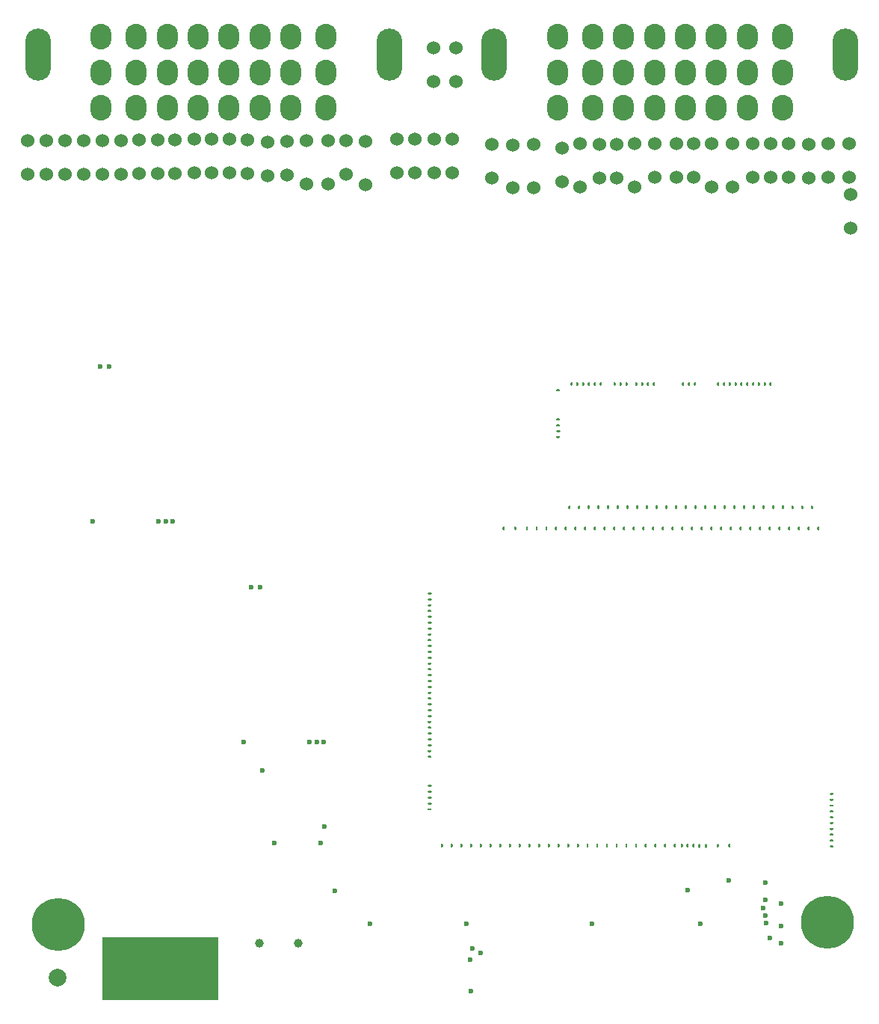
<source format=gbs>
G04 #@! TF.GenerationSoftware,KiCad,Pcbnew,(6.0.1)*
G04 #@! TF.CreationDate,2022-04-27T16:07:10+03:00*
G04 #@! TF.ProjectId,alphax_4ch,616c7068-6178-45f3-9463-682e6b696361,a*
G04 #@! TF.SameCoordinates,PX141f5e0PYa2cace0*
G04 #@! TF.FileFunction,Soldermask,Bot*
G04 #@! TF.FilePolarity,Negative*
%FSLAX46Y46*%
G04 Gerber Fmt 4.6, Leading zero omitted, Abs format (unit mm)*
G04 Created by KiCad (PCBNEW (6.0.1)) date 2022-04-27 16:07:10*
%MOMM*%
%LPD*%
G01*
G04 APERTURE LIST*
%ADD10C,0.120000*%
%ADD11C,0.599999*%
%ADD12C,1.524000*%
%ADD13C,6.000000*%
%ADD14O,2.900000X5.900000*%
%ADD15O,2.400000X2.900000*%
%ADD16C,1.000000*%
%ADD17C,2.000000*%
G04 APERTURE END LIST*
D10*
G04 #@! TO.C,U4*
X9850000Y200000D02*
X9850000Y7200000D01*
X9850000Y7200000D02*
X22850000Y7200000D01*
X22850000Y7200000D02*
X22850000Y200000D01*
X22850000Y200000D02*
X9850000Y200000D01*
G36*
X22850000Y200000D02*
G01*
X9850000Y200000D01*
X9850000Y7200000D01*
X22850000Y7200000D01*
X22850000Y200000D01*
G37*
X22850000Y200000D02*
X9850000Y200000D01*
X9850000Y7200000D01*
X22850000Y7200000D01*
X22850000Y200000D01*
G04 #@! TD*
D11*
G04 #@! TO.C,M4*
X84879890Y13375000D03*
X80804884Y13675002D03*
X86729899Y6499999D03*
X85419899Y7150016D03*
X86729899Y8449983D03*
X84969893Y8774999D03*
X84894886Y9625022D03*
X84679891Y10499981D03*
X86729899Y11049978D03*
X84894889Y11474986D03*
G04 #@! TD*
D12*
G04 #@! TO.C,R8*
X76750000Y93245000D03*
X76750000Y97055000D03*
G04 #@! TD*
D13*
G04 #@! TO.C,J8*
X4803000Y8619000D03*
G04 #@! TD*
D12*
G04 #@! TO.C,R59*
X45200000Y97505000D03*
X45200000Y93695000D03*
G04 #@! TD*
G04 #@! TO.C,R9*
X74800000Y93245000D03*
X74800000Y97055000D03*
G04 #@! TD*
G04 #@! TO.C,R68*
X24200000Y93695000D03*
X24200000Y97505000D03*
G04 #@! TD*
G04 #@! TO.C,F4*
X63950000Y97000000D03*
X63950000Y92100000D03*
G04 #@! TD*
G04 #@! TO.C,R91*
X94580000Y87485000D03*
X94580000Y91295000D03*
G04 #@! TD*
G04 #@! TO.C,M5*
G36*
G01*
X61299998Y63946477D02*
X61549998Y63946477D01*
G75*
G02*
X61674998Y63821477I0J-125000D01*
G01*
X61674998Y63821477D01*
G75*
G02*
X61549998Y63696477I-125000J0D01*
G01*
X61299998Y63696477D01*
G75*
G02*
X61174998Y63821477I0J125000D01*
G01*
X61174998Y63821477D01*
G75*
G02*
X61299998Y63946477I125000J0D01*
G01*
G37*
G36*
G01*
X61299998Y64606478D02*
X61549998Y64606478D01*
G75*
G02*
X61674998Y64481478I0J-125000D01*
G01*
X61674998Y64481478D01*
G75*
G02*
X61549998Y64356478I-125000J0D01*
G01*
X61299998Y64356478D01*
G75*
G02*
X61174998Y64481478I0J125000D01*
G01*
X61174998Y64481478D01*
G75*
G02*
X61299998Y64606478I125000J0D01*
G01*
G37*
G36*
G01*
X61299998Y65266479D02*
X61549998Y65266479D01*
G75*
G02*
X61674998Y65141479I0J-125000D01*
G01*
X61674998Y65141479D01*
G75*
G02*
X61549998Y65016479I-125000J0D01*
G01*
X61299998Y65016479D01*
G75*
G02*
X61174998Y65141479I0J125000D01*
G01*
X61174998Y65141479D01*
G75*
G02*
X61299998Y65266479I125000J0D01*
G01*
G37*
G36*
G01*
X61299998Y65926480D02*
X61549998Y65926480D01*
G75*
G02*
X61674998Y65801480I0J-125000D01*
G01*
X61674998Y65801480D01*
G75*
G02*
X61549998Y65676480I-125000J0D01*
G01*
X61299998Y65676480D01*
G75*
G02*
X61174998Y65801480I0J125000D01*
G01*
X61174998Y65801480D01*
G75*
G02*
X61299998Y65926480I125000J0D01*
G01*
G37*
G36*
G01*
X61299998Y69226487D02*
X61549998Y69226487D01*
G75*
G02*
X61674998Y69101487I0J-125000D01*
G01*
X61674998Y69101487D01*
G75*
G02*
X61549998Y68976487I-125000J0D01*
G01*
X61299998Y68976487D01*
G75*
G02*
X61174998Y69101487I0J125000D01*
G01*
X61174998Y69101487D01*
G75*
G02*
X61299998Y69226487I125000J0D01*
G01*
G37*
G36*
G01*
X90070000Y55727684D02*
X90070000Y55977684D01*
G75*
G02*
X90195000Y56102684I125000J0D01*
G01*
X90195000Y56102684D01*
G75*
G02*
X90320000Y55977684I0J-125000D01*
G01*
X90320000Y55727684D01*
G75*
G02*
X90195000Y55602684I-125000J0D01*
G01*
X90195000Y55602684D01*
G75*
G02*
X90070000Y55727684I0J125000D01*
G01*
G37*
G36*
G01*
X89219996Y55977684D02*
X89219996Y55727684D01*
G75*
G02*
X89094996Y55602684I-125000J0D01*
G01*
X89094996Y55602684D01*
G75*
G02*
X88969996Y55727684I0J125000D01*
G01*
X88969996Y55977684D01*
G75*
G02*
X89094996Y56102684I125000J0D01*
G01*
X89094996Y56102684D01*
G75*
G02*
X89219996Y55977684I0J-125000D01*
G01*
G37*
G36*
G01*
X88119995Y55977684D02*
X88119995Y55727684D01*
G75*
G02*
X87994995Y55602684I-125000J0D01*
G01*
X87994995Y55602684D01*
G75*
G02*
X87869995Y55727684I0J125000D01*
G01*
X87869995Y55977684D01*
G75*
G02*
X87994995Y56102684I125000J0D01*
G01*
X87994995Y56102684D01*
G75*
G02*
X88119995Y55977684I0J-125000D01*
G01*
G37*
G36*
G01*
X87019998Y55977684D02*
X87019998Y55727684D01*
G75*
G02*
X86894998Y55602684I-125000J0D01*
G01*
X86894998Y55602684D01*
G75*
G02*
X86769998Y55727684I0J125000D01*
G01*
X86769998Y55977684D01*
G75*
G02*
X86894998Y56102684I125000J0D01*
G01*
X86894998Y56102684D01*
G75*
G02*
X87019998Y55977684I0J-125000D01*
G01*
G37*
G36*
G01*
X85920000Y55977684D02*
X85920000Y55727684D01*
G75*
G02*
X85795000Y55602684I-125000J0D01*
G01*
X85795000Y55602684D01*
G75*
G02*
X85670000Y55727684I0J125000D01*
G01*
X85670000Y55977684D01*
G75*
G02*
X85795000Y56102684I125000J0D01*
G01*
X85795000Y56102684D01*
G75*
G02*
X85920000Y55977684I0J-125000D01*
G01*
G37*
G36*
G01*
X84820002Y55977684D02*
X84820002Y55727684D01*
G75*
G02*
X84695002Y55602684I-125000J0D01*
G01*
X84695002Y55602684D01*
G75*
G02*
X84570002Y55727684I0J125000D01*
G01*
X84570002Y55977684D01*
G75*
G02*
X84695002Y56102684I125000J0D01*
G01*
X84695002Y56102684D01*
G75*
G02*
X84820002Y55977684I0J-125000D01*
G01*
G37*
G36*
G01*
X83720004Y55977684D02*
X83720004Y55727684D01*
G75*
G02*
X83595004Y55602684I-125000J0D01*
G01*
X83595004Y55602684D01*
G75*
G02*
X83470004Y55727684I0J125000D01*
G01*
X83470004Y55977684D01*
G75*
G02*
X83595004Y56102684I125000J0D01*
G01*
X83595004Y56102684D01*
G75*
G02*
X83720004Y55977684I0J-125000D01*
G01*
G37*
G36*
G01*
X82620006Y55977684D02*
X82620006Y55727684D01*
G75*
G02*
X82495006Y55602684I-125000J0D01*
G01*
X82495006Y55602684D01*
G75*
G02*
X82370006Y55727684I0J125000D01*
G01*
X82370006Y55977684D01*
G75*
G02*
X82495006Y56102684I125000J0D01*
G01*
X82495006Y56102684D01*
G75*
G02*
X82620006Y55977684I0J-125000D01*
G01*
G37*
G36*
G01*
X81520009Y55977684D02*
X81520009Y55727684D01*
G75*
G02*
X81395009Y55602684I-125000J0D01*
G01*
X81395009Y55602684D01*
G75*
G02*
X81270009Y55727684I0J125000D01*
G01*
X81270009Y55977684D01*
G75*
G02*
X81395009Y56102684I125000J0D01*
G01*
X81395009Y56102684D01*
G75*
G02*
X81520009Y55977684I0J-125000D01*
G01*
G37*
G36*
G01*
X80420011Y55977684D02*
X80420011Y55727684D01*
G75*
G02*
X80295011Y55602684I-125000J0D01*
G01*
X80295011Y55602684D01*
G75*
G02*
X80170011Y55727684I0J125000D01*
G01*
X80170011Y55977684D01*
G75*
G02*
X80295011Y56102684I125000J0D01*
G01*
X80295011Y56102684D01*
G75*
G02*
X80420011Y55977684I0J-125000D01*
G01*
G37*
G36*
G01*
X79320013Y55977684D02*
X79320013Y55727684D01*
G75*
G02*
X79195013Y55602684I-125000J0D01*
G01*
X79195013Y55602684D01*
G75*
G02*
X79070013Y55727684I0J125000D01*
G01*
X79070013Y55977684D01*
G75*
G02*
X79195013Y56102684I125000J0D01*
G01*
X79195013Y56102684D01*
G75*
G02*
X79320013Y55977684I0J-125000D01*
G01*
G37*
G36*
G01*
X78220015Y55977684D02*
X78220015Y55727684D01*
G75*
G02*
X78095015Y55602684I-125000J0D01*
G01*
X78095015Y55602684D01*
G75*
G02*
X77970015Y55727684I0J125000D01*
G01*
X77970015Y55977684D01*
G75*
G02*
X78095015Y56102684I125000J0D01*
G01*
X78095015Y56102684D01*
G75*
G02*
X78220015Y55977684I0J-125000D01*
G01*
G37*
G36*
G01*
X77120017Y55977684D02*
X77120017Y55727684D01*
G75*
G02*
X76995017Y55602684I-125000J0D01*
G01*
X76995017Y55602684D01*
G75*
G02*
X76870017Y55727684I0J125000D01*
G01*
X76870017Y55977684D01*
G75*
G02*
X76995017Y56102684I125000J0D01*
G01*
X76995017Y56102684D01*
G75*
G02*
X77120017Y55977684I0J-125000D01*
G01*
G37*
G36*
G01*
X76020020Y55977684D02*
X76020020Y55727684D01*
G75*
G02*
X75895020Y55602684I-125000J0D01*
G01*
X75895020Y55602684D01*
G75*
G02*
X75770020Y55727684I0J125000D01*
G01*
X75770020Y55977684D01*
G75*
G02*
X75895020Y56102684I125000J0D01*
G01*
X75895020Y56102684D01*
G75*
G02*
X76020020Y55977684I0J-125000D01*
G01*
G37*
G36*
G01*
X74920022Y55977684D02*
X74920022Y55727684D01*
G75*
G02*
X74795022Y55602684I-125000J0D01*
G01*
X74795022Y55602684D01*
G75*
G02*
X74670022Y55727684I0J125000D01*
G01*
X74670022Y55977684D01*
G75*
G02*
X74795022Y56102684I125000J0D01*
G01*
X74795022Y56102684D01*
G75*
G02*
X74920022Y55977684I0J-125000D01*
G01*
G37*
G36*
G01*
X73820024Y55977684D02*
X73820024Y55727684D01*
G75*
G02*
X73695024Y55602684I-125000J0D01*
G01*
X73695024Y55602684D01*
G75*
G02*
X73570024Y55727684I0J125000D01*
G01*
X73570024Y55977684D01*
G75*
G02*
X73695024Y56102684I125000J0D01*
G01*
X73695024Y56102684D01*
G75*
G02*
X73820024Y55977684I0J-125000D01*
G01*
G37*
G36*
G01*
X72720026Y55977684D02*
X72720026Y55727684D01*
G75*
G02*
X72595026Y55602684I-125000J0D01*
G01*
X72595026Y55602684D01*
G75*
G02*
X72470026Y55727684I0J125000D01*
G01*
X72470026Y55977684D01*
G75*
G02*
X72595026Y56102684I125000J0D01*
G01*
X72595026Y56102684D01*
G75*
G02*
X72720026Y55977684I0J-125000D01*
G01*
G37*
G36*
G01*
X71620028Y55977684D02*
X71620028Y55727684D01*
G75*
G02*
X71495028Y55602684I-125000J0D01*
G01*
X71495028Y55602684D01*
G75*
G02*
X71370028Y55727684I0J125000D01*
G01*
X71370028Y55977684D01*
G75*
G02*
X71495028Y56102684I125000J0D01*
G01*
X71495028Y56102684D01*
G75*
G02*
X71620028Y55977684I0J-125000D01*
G01*
G37*
G36*
G01*
X70520031Y55977684D02*
X70520031Y55727684D01*
G75*
G02*
X70395031Y55602684I-125000J0D01*
G01*
X70395031Y55602684D01*
G75*
G02*
X70270031Y55727684I0J125000D01*
G01*
X70270031Y55977684D01*
G75*
G02*
X70395031Y56102684I125000J0D01*
G01*
X70395031Y56102684D01*
G75*
G02*
X70520031Y55977684I0J-125000D01*
G01*
G37*
G36*
G01*
X69420033Y55977684D02*
X69420033Y55727684D01*
G75*
G02*
X69295033Y55602684I-125000J0D01*
G01*
X69295033Y55602684D01*
G75*
G02*
X69170033Y55727684I0J125000D01*
G01*
X69170033Y55977684D01*
G75*
G02*
X69295033Y56102684I125000J0D01*
G01*
X69295033Y56102684D01*
G75*
G02*
X69420033Y55977684I0J-125000D01*
G01*
G37*
G36*
G01*
X68320035Y55977684D02*
X68320035Y55727684D01*
G75*
G02*
X68195035Y55602684I-125000J0D01*
G01*
X68195035Y55602684D01*
G75*
G02*
X68070035Y55727684I0J125000D01*
G01*
X68070035Y55977684D01*
G75*
G02*
X68195035Y56102684I125000J0D01*
G01*
X68195035Y56102684D01*
G75*
G02*
X68320035Y55977684I0J-125000D01*
G01*
G37*
G36*
G01*
X67220037Y55977684D02*
X67220037Y55727684D01*
G75*
G02*
X67095037Y55602684I-125000J0D01*
G01*
X67095037Y55602684D01*
G75*
G02*
X66970037Y55727684I0J125000D01*
G01*
X66970037Y55977684D01*
G75*
G02*
X67095037Y56102684I125000J0D01*
G01*
X67095037Y56102684D01*
G75*
G02*
X67220037Y55977684I0J-125000D01*
G01*
G37*
G36*
G01*
X66120039Y55977684D02*
X66120039Y55727684D01*
G75*
G02*
X65995039Y55602684I-125000J0D01*
G01*
X65995039Y55602684D01*
G75*
G02*
X65870039Y55727684I0J125000D01*
G01*
X65870039Y55977684D01*
G75*
G02*
X65995039Y56102684I125000J0D01*
G01*
X65995039Y56102684D01*
G75*
G02*
X66120039Y55977684I0J-125000D01*
G01*
G37*
G36*
G01*
X65020042Y55977684D02*
X65020042Y55727684D01*
G75*
G02*
X64895042Y55602684I-125000J0D01*
G01*
X64895042Y55602684D01*
G75*
G02*
X64770042Y55727684I0J125000D01*
G01*
X64770042Y55977684D01*
G75*
G02*
X64895042Y56102684I125000J0D01*
G01*
X64895042Y56102684D01*
G75*
G02*
X65020042Y55977684I0J-125000D01*
G01*
G37*
G36*
G01*
X63920044Y55977684D02*
X63920044Y55727684D01*
G75*
G02*
X63795044Y55602684I-125000J0D01*
G01*
X63795044Y55602684D01*
G75*
G02*
X63670044Y55727684I0J125000D01*
G01*
X63670044Y55977684D01*
G75*
G02*
X63795044Y56102684I125000J0D01*
G01*
X63795044Y56102684D01*
G75*
G02*
X63920044Y55977684I0J-125000D01*
G01*
G37*
G36*
G01*
X62820046Y55977684D02*
X62820046Y55727684D01*
G75*
G02*
X62695046Y55602684I-125000J0D01*
G01*
X62695046Y55602684D01*
G75*
G02*
X62570046Y55727684I0J125000D01*
G01*
X62570046Y55977684D01*
G75*
G02*
X62695046Y56102684I125000J0D01*
G01*
X62695046Y56102684D01*
G75*
G02*
X62820046Y55977684I0J-125000D01*
G01*
G37*
G36*
G01*
X63070990Y69939683D02*
X63070990Y69689683D01*
G75*
G02*
X62945990Y69564683I-125000J0D01*
G01*
X62945990Y69564683D01*
G75*
G02*
X62820990Y69689683I0J125000D01*
G01*
X62820990Y69939683D01*
G75*
G02*
X62945990Y70064683I125000J0D01*
G01*
X62945990Y70064683D01*
G75*
G02*
X63070990Y69939683I0J-125000D01*
G01*
G37*
G36*
G01*
X63730992Y69939683D02*
X63730992Y69689683D01*
G75*
G02*
X63605992Y69564683I-125000J0D01*
G01*
X63605992Y69564683D01*
G75*
G02*
X63480992Y69689683I0J125000D01*
G01*
X63480992Y69939683D01*
G75*
G02*
X63605992Y70064683I125000J0D01*
G01*
X63605992Y70064683D01*
G75*
G02*
X63730992Y69939683I0J-125000D01*
G01*
G37*
G36*
G01*
X64390993Y69939683D02*
X64390993Y69689683D01*
G75*
G02*
X64265993Y69564683I-125000J0D01*
G01*
X64265993Y69564683D01*
G75*
G02*
X64140993Y69689683I0J125000D01*
G01*
X64140993Y69939683D01*
G75*
G02*
X64265993Y70064683I125000J0D01*
G01*
X64265993Y70064683D01*
G75*
G02*
X64390993Y69939683I0J-125000D01*
G01*
G37*
G36*
G01*
X65050994Y69939683D02*
X65050994Y69689683D01*
G75*
G02*
X64925994Y69564683I-125000J0D01*
G01*
X64925994Y69564683D01*
G75*
G02*
X64800994Y69689683I0J125000D01*
G01*
X64800994Y69939683D01*
G75*
G02*
X64925994Y70064683I125000J0D01*
G01*
X64925994Y70064683D01*
G75*
G02*
X65050994Y69939683I0J-125000D01*
G01*
G37*
G36*
G01*
X65710995Y69939683D02*
X65710995Y69689683D01*
G75*
G02*
X65585995Y69564683I-125000J0D01*
G01*
X65585995Y69564683D01*
G75*
G02*
X65460995Y69689683I0J125000D01*
G01*
X65460995Y69939683D01*
G75*
G02*
X65585995Y70064683I125000J0D01*
G01*
X65585995Y70064683D01*
G75*
G02*
X65710995Y69939683I0J-125000D01*
G01*
G37*
G36*
G01*
X66370997Y69939683D02*
X66370997Y69689683D01*
G75*
G02*
X66245997Y69564683I-125000J0D01*
G01*
X66245997Y69564683D01*
G75*
G02*
X66120997Y69689683I0J125000D01*
G01*
X66120997Y69939683D01*
G75*
G02*
X66245997Y70064683I125000J0D01*
G01*
X66245997Y70064683D01*
G75*
G02*
X66370997Y69939683I0J-125000D01*
G01*
G37*
G36*
G01*
X67971994Y69939683D02*
X67971994Y69689683D01*
G75*
G02*
X67846994Y69564683I-125000J0D01*
G01*
X67846994Y69564683D01*
G75*
G02*
X67721994Y69689683I0J125000D01*
G01*
X67721994Y69939683D01*
G75*
G02*
X67846994Y70064683I125000J0D01*
G01*
X67846994Y70064683D01*
G75*
G02*
X67971994Y69939683I0J-125000D01*
G01*
G37*
G36*
G01*
X68631995Y69939683D02*
X68631995Y69689683D01*
G75*
G02*
X68506995Y69564683I-125000J0D01*
G01*
X68506995Y69564683D01*
G75*
G02*
X68381995Y69689683I0J125000D01*
G01*
X68381995Y69939683D01*
G75*
G02*
X68506995Y70064683I125000J0D01*
G01*
X68506995Y70064683D01*
G75*
G02*
X68631995Y69939683I0J-125000D01*
G01*
G37*
G36*
G01*
X69291997Y69939683D02*
X69291997Y69689683D01*
G75*
G02*
X69166997Y69564683I-125000J0D01*
G01*
X69166997Y69564683D01*
G75*
G02*
X69041997Y69689683I0J125000D01*
G01*
X69041997Y69939683D01*
G75*
G02*
X69166997Y70064683I125000J0D01*
G01*
X69166997Y70064683D01*
G75*
G02*
X69291997Y69939683I0J-125000D01*
G01*
G37*
G36*
G01*
X70412896Y69939683D02*
X70412896Y69689683D01*
G75*
G02*
X70287896Y69564683I-125000J0D01*
G01*
X70287896Y69564683D01*
G75*
G02*
X70162896Y69689683I0J125000D01*
G01*
X70162896Y69939683D01*
G75*
G02*
X70287896Y70064683I125000J0D01*
G01*
X70287896Y70064683D01*
G75*
G02*
X70412896Y69939683I0J-125000D01*
G01*
G37*
G36*
G01*
X71072897Y69939683D02*
X71072897Y69689683D01*
G75*
G02*
X70947897Y69564683I-125000J0D01*
G01*
X70947897Y69564683D01*
G75*
G02*
X70822897Y69689683I0J125000D01*
G01*
X70822897Y69939683D01*
G75*
G02*
X70947897Y70064683I125000J0D01*
G01*
X70947897Y70064683D01*
G75*
G02*
X71072897Y69939683I0J-125000D01*
G01*
G37*
G36*
G01*
X71732898Y69939683D02*
X71732898Y69689683D01*
G75*
G02*
X71607898Y69564683I-125000J0D01*
G01*
X71607898Y69564683D01*
G75*
G02*
X71482898Y69689683I0J125000D01*
G01*
X71482898Y69939683D01*
G75*
G02*
X71607898Y70064683I125000J0D01*
G01*
X71607898Y70064683D01*
G75*
G02*
X71732898Y69939683I0J-125000D01*
G01*
G37*
G36*
G01*
X72392900Y69939683D02*
X72392900Y69689683D01*
G75*
G02*
X72267900Y69564683I-125000J0D01*
G01*
X72267900Y69564683D01*
G75*
G02*
X72142900Y69689683I0J125000D01*
G01*
X72142900Y69939683D01*
G75*
G02*
X72267900Y70064683I125000J0D01*
G01*
X72267900Y70064683D01*
G75*
G02*
X72392900Y69939683I0J-125000D01*
G01*
G37*
G36*
G01*
X75718994Y69939683D02*
X75718994Y69689683D01*
G75*
G02*
X75593994Y69564683I-125000J0D01*
G01*
X75593994Y69564683D01*
G75*
G02*
X75468994Y69689683I0J125000D01*
G01*
X75468994Y69939683D01*
G75*
G02*
X75593994Y70064683I125000J0D01*
G01*
X75593994Y70064683D01*
G75*
G02*
X75718994Y69939683I0J-125000D01*
G01*
G37*
G36*
G01*
X76378995Y69939683D02*
X76378995Y69689683D01*
G75*
G02*
X76253995Y69564683I-125000J0D01*
G01*
X76253995Y69564683D01*
G75*
G02*
X76128995Y69689683I0J125000D01*
G01*
X76128995Y69939683D01*
G75*
G02*
X76253995Y70064683I125000J0D01*
G01*
X76253995Y70064683D01*
G75*
G02*
X76378995Y69939683I0J-125000D01*
G01*
G37*
G36*
G01*
X77038997Y69939683D02*
X77038997Y69689683D01*
G75*
G02*
X76913997Y69564683I-125000J0D01*
G01*
X76913997Y69564683D01*
G75*
G02*
X76788997Y69689683I0J125000D01*
G01*
X76788997Y69939683D01*
G75*
G02*
X76913997Y70064683I125000J0D01*
G01*
X76913997Y70064683D01*
G75*
G02*
X77038997Y69939683I0J-125000D01*
G01*
G37*
G36*
G01*
X79684988Y69939683D02*
X79684988Y69689683D01*
G75*
G02*
X79559988Y69564683I-125000J0D01*
G01*
X79559988Y69564683D01*
G75*
G02*
X79434988Y69689683I0J125000D01*
G01*
X79434988Y69939683D01*
G75*
G02*
X79559988Y70064683I125000J0D01*
G01*
X79559988Y70064683D01*
G75*
G02*
X79684988Y69939683I0J-125000D01*
G01*
G37*
G36*
G01*
X80344989Y69939683D02*
X80344989Y69689683D01*
G75*
G02*
X80219989Y69564683I-125000J0D01*
G01*
X80219989Y69564683D01*
G75*
G02*
X80094989Y69689683I0J125000D01*
G01*
X80094989Y69939683D01*
G75*
G02*
X80219989Y70064683I125000J0D01*
G01*
X80219989Y70064683D01*
G75*
G02*
X80344989Y69939683I0J-125000D01*
G01*
G37*
G36*
G01*
X81004991Y69939683D02*
X81004991Y69689683D01*
G75*
G02*
X80879991Y69564683I-125000J0D01*
G01*
X80879991Y69564683D01*
G75*
G02*
X80754991Y69689683I0J125000D01*
G01*
X80754991Y69939683D01*
G75*
G02*
X80879991Y70064683I125000J0D01*
G01*
X80879991Y70064683D01*
G75*
G02*
X81004991Y69939683I0J-125000D01*
G01*
G37*
G36*
G01*
X81664992Y69939683D02*
X81664992Y69689683D01*
G75*
G02*
X81539992Y69564683I-125000J0D01*
G01*
X81539992Y69564683D01*
G75*
G02*
X81414992Y69689683I0J125000D01*
G01*
X81414992Y69939683D01*
G75*
G02*
X81539992Y70064683I125000J0D01*
G01*
X81539992Y70064683D01*
G75*
G02*
X81664992Y69939683I0J-125000D01*
G01*
G37*
G36*
G01*
X82324993Y69939683D02*
X82324993Y69689683D01*
G75*
G02*
X82199993Y69564683I-125000J0D01*
G01*
X82199993Y69564683D01*
G75*
G02*
X82074993Y69689683I0J125000D01*
G01*
X82074993Y69939683D01*
G75*
G02*
X82199993Y70064683I125000J0D01*
G01*
X82199993Y70064683D01*
G75*
G02*
X82324993Y69939683I0J-125000D01*
G01*
G37*
G36*
G01*
X82984994Y69939683D02*
X82984994Y69689683D01*
G75*
G02*
X82859994Y69564683I-125000J0D01*
G01*
X82859994Y69564683D01*
G75*
G02*
X82734994Y69689683I0J125000D01*
G01*
X82734994Y69939683D01*
G75*
G02*
X82859994Y70064683I125000J0D01*
G01*
X82859994Y70064683D01*
G75*
G02*
X82984994Y69939683I0J-125000D01*
G01*
G37*
G36*
G01*
X83644996Y69939683D02*
X83644996Y69689683D01*
G75*
G02*
X83519996Y69564683I-125000J0D01*
G01*
X83519996Y69564683D01*
G75*
G02*
X83394996Y69689683I0J125000D01*
G01*
X83394996Y69939683D01*
G75*
G02*
X83519996Y70064683I125000J0D01*
G01*
X83519996Y70064683D01*
G75*
G02*
X83644996Y69939683I0J-125000D01*
G01*
G37*
G36*
G01*
X84304997Y69939683D02*
X84304997Y69689683D01*
G75*
G02*
X84179997Y69564683I-125000J0D01*
G01*
X84179997Y69564683D01*
G75*
G02*
X84054997Y69689683I0J125000D01*
G01*
X84054997Y69939683D01*
G75*
G02*
X84179997Y70064683I125000J0D01*
G01*
X84179997Y70064683D01*
G75*
G02*
X84304997Y69939683I0J-125000D01*
G01*
G37*
G36*
G01*
X84964998Y69939683D02*
X84964998Y69689683D01*
G75*
G02*
X84839998Y69564683I-125000J0D01*
G01*
X84839998Y69564683D01*
G75*
G02*
X84714998Y69689683I0J125000D01*
G01*
X84714998Y69939683D01*
G75*
G02*
X84839998Y70064683I125000J0D01*
G01*
X84839998Y70064683D01*
G75*
G02*
X84964998Y69939683I0J-125000D01*
G01*
G37*
G36*
G01*
X85625000Y69939683D02*
X85625000Y69689683D01*
G75*
G02*
X85500000Y69564683I-125000J0D01*
G01*
X85500000Y69564683D01*
G75*
G02*
X85375000Y69689683I0J125000D01*
G01*
X85375000Y69939683D01*
G75*
G02*
X85500000Y70064683I125000J0D01*
G01*
X85500000Y70064683D01*
G75*
G02*
X85625000Y69939683I0J-125000D01*
G01*
G37*
G04 #@! TD*
D14*
G04 #@! TO.C,P2*
X42300000Y107100000D03*
X2500000Y107100000D03*
D15*
X9650000Y101100000D03*
X13650000Y101100000D03*
X17150000Y101100000D03*
X20650000Y101100000D03*
X24150000Y101100000D03*
X27650000Y101100000D03*
X31150000Y101100000D03*
X35150000Y101100000D03*
X9650000Y105100000D03*
X13650000Y105100000D03*
X17150000Y105100000D03*
X20650000Y105100000D03*
X24150000Y105100000D03*
X27650000Y105100000D03*
X31150000Y105100000D03*
X35150000Y105100000D03*
X9650000Y109100000D03*
X13650000Y109100000D03*
X17150000Y109100000D03*
X20650000Y109100000D03*
X24150000Y109100000D03*
X27650000Y109100000D03*
X31150000Y109100000D03*
X35150000Y109100000D03*
G04 #@! TD*
D12*
G04 #@! TO.C,R11*
X47350000Y104095000D03*
X47350000Y107905000D03*
G04 #@! TD*
G04 #@! TO.C,R6*
X92050000Y93195000D03*
X92050000Y97005000D03*
G04 #@! TD*
G04 #@! TO.C,R60*
X43200000Y93695000D03*
X43200000Y97505000D03*
G04 #@! TD*
D16*
G04 #@! TO.C,J1*
X32000000Y6500000D03*
X27600000Y6500000D03*
G04 #@! TD*
D12*
G04 #@! TO.C,R66*
X3450000Y93561701D03*
X3450000Y97371701D03*
G04 #@! TD*
G04 #@! TO.C,R17*
X68050000Y93145000D03*
X68050000Y96955000D03*
G04 #@! TD*
G04 #@! TO.C,R63*
X22200000Y93695000D03*
X22200000Y97505000D03*
G04 #@! TD*
G04 #@! TO.C,R16*
X72350000Y93195000D03*
X72350000Y97005000D03*
G04 #@! TD*
G04 #@! TO.C,R70*
X11950000Y93595000D03*
X11950000Y97405000D03*
G04 #@! TD*
D11*
G04 #@! TO.C,M7*
X51750003Y5925001D03*
X52625005Y5400001D03*
X51450001Y4650003D03*
X51525004Y1100002D03*
G04 #@! TD*
G04 #@! TO.C,M1*
X27937888Y26083984D03*
X29262892Y17858984D03*
X34495386Y17876489D03*
X34987892Y19758985D03*
X36112878Y12408992D03*
G04 #@! TD*
G04 #@! TO.C,M3*
X25775000Y29300000D03*
X33275000Y29300000D03*
X34075000Y29300000D03*
X34875000Y29300000D03*
X27675000Y46825000D03*
X26675000Y46825000D03*
G04 #@! TD*
D12*
G04 #@! TO.C,R10*
X66100000Y93145000D03*
X66100000Y96955000D03*
G04 #@! TD*
G04 #@! TO.C,R62*
X28500000Y93395000D03*
X28500000Y97205000D03*
G04 #@! TD*
G04 #@! TO.C,R65*
X9850000Y93595000D03*
X9850000Y97405000D03*
G04 #@! TD*
G04 #@! TO.C,F7*
X32900000Y97399979D03*
X32900000Y92499979D03*
G04 #@! TD*
G04 #@! TO.C,R58*
X1347390Y93561701D03*
X1347390Y97371701D03*
G04 #@! TD*
G04 #@! TO.C,R56*
X14000000Y93645000D03*
X14000000Y97455000D03*
G04 #@! TD*
G04 #@! TO.C,R19*
X53950000Y93145000D03*
X53950000Y96955000D03*
G04 #@! TD*
G04 #@! TO.C,R67*
X26250000Y93645000D03*
X26250000Y97455000D03*
G04 #@! TD*
G04 #@! TO.C,F1*
X81196000Y96995000D03*
X81196000Y92095000D03*
G04 #@! TD*
G04 #@! TO.C,R14*
X89800000Y96955000D03*
X89800000Y93145000D03*
G04 #@! TD*
G04 #@! TO.C,R64*
X16050000Y93645000D03*
X16050000Y97455000D03*
G04 #@! TD*
G04 #@! TO.C,F3*
X70100000Y97000000D03*
X70100000Y92100000D03*
G04 #@! TD*
G04 #@! TO.C,R71*
X5600000Y93545000D03*
X5600000Y97355000D03*
G04 #@! TD*
G04 #@! TO.C,R61*
X30700000Y93445000D03*
X30700000Y97255000D03*
G04 #@! TD*
D13*
G04 #@! TO.C,J7*
X91948000Y8873000D03*
G04 #@! TD*
D12*
G04 #@! TO.C,R69*
X18050000Y93645000D03*
X18050000Y97455000D03*
G04 #@! TD*
G04 #@! TO.C,R55*
X20200000Y93695000D03*
X20200000Y97505000D03*
G04 #@! TD*
G04 #@! TO.C,F8*
X39600000Y97299979D03*
X39600000Y92399979D03*
G04 #@! TD*
G04 #@! TO.C,R54*
X37450000Y93595000D03*
X37450000Y97405000D03*
G04 #@! TD*
G04 #@! TO.C,R52*
X47400000Y93695000D03*
X47400000Y97505000D03*
G04 #@! TD*
G04 #@! TO.C,M6*
G36*
G01*
X46760503Y21803625D02*
X47010503Y21803625D01*
G75*
G02*
X47135503Y21678625I0J-125000D01*
G01*
X47135503Y21678625D01*
G75*
G02*
X47010503Y21553625I-125000J0D01*
G01*
X46760503Y21553625D01*
G75*
G02*
X46635503Y21678625I0J125000D01*
G01*
X46635503Y21678625D01*
G75*
G02*
X46760503Y21803625I125000J0D01*
G01*
G37*
G36*
G01*
X47010503Y22213623D02*
X46760503Y22213623D01*
G75*
G02*
X46635503Y22338623I0J125000D01*
G01*
X46635503Y22338623D01*
G75*
G02*
X46760503Y22463623I125000J0D01*
G01*
X47010503Y22463623D01*
G75*
G02*
X47135503Y22338623I0J-125000D01*
G01*
X47135503Y22338623D01*
G75*
G02*
X47010503Y22213623I-125000J0D01*
G01*
G37*
G36*
G01*
X47010503Y22873628D02*
X46760503Y22873628D01*
G75*
G02*
X46635503Y22998628I0J125000D01*
G01*
X46635503Y22998628D01*
G75*
G02*
X46760503Y23123628I125000J0D01*
G01*
X47010503Y23123628D01*
G75*
G02*
X47135503Y22998628I0J-125000D01*
G01*
X47135503Y22998628D01*
G75*
G02*
X47010503Y22873628I-125000J0D01*
G01*
G37*
G36*
G01*
X47010503Y23533623D02*
X46760503Y23533623D01*
G75*
G02*
X46635503Y23658623I0J125000D01*
G01*
X46635503Y23658623D01*
G75*
G02*
X46760503Y23783623I125000J0D01*
G01*
X47010503Y23783623D01*
G75*
G02*
X47135503Y23658623I0J-125000D01*
G01*
X47135503Y23658623D01*
G75*
G02*
X47010503Y23533623I-125000J0D01*
G01*
G37*
G36*
G01*
X47010503Y24193625D02*
X46760503Y24193625D01*
G75*
G02*
X46635503Y24318625I0J125000D01*
G01*
X46635503Y24318625D01*
G75*
G02*
X46760503Y24443625I125000J0D01*
G01*
X47010503Y24443625D01*
G75*
G02*
X47135503Y24318625I0J-125000D01*
G01*
X47135503Y24318625D01*
G75*
G02*
X47010503Y24193625I-125000J0D01*
G01*
G37*
G36*
G01*
X47010503Y27493626D02*
X46760503Y27493626D01*
G75*
G02*
X46635503Y27618626I0J125000D01*
G01*
X46635503Y27618626D01*
G75*
G02*
X46760503Y27743626I125000J0D01*
G01*
X47010503Y27743626D01*
G75*
G02*
X47135503Y27618626I0J-125000D01*
G01*
X47135503Y27618626D01*
G75*
G02*
X47010503Y27493626I-125000J0D01*
G01*
G37*
G36*
G01*
X47010503Y28153627D02*
X46760503Y28153627D01*
G75*
G02*
X46635503Y28278627I0J125000D01*
G01*
X46635503Y28278627D01*
G75*
G02*
X46760503Y28403627I125000J0D01*
G01*
X47010503Y28403627D01*
G75*
G02*
X47135503Y28278627I0J-125000D01*
G01*
X47135503Y28278627D01*
G75*
G02*
X47010503Y28153627I-125000J0D01*
G01*
G37*
G36*
G01*
X47010503Y28813629D02*
X46760503Y28813629D01*
G75*
G02*
X46635503Y28938629I0J125000D01*
G01*
X46635503Y28938629D01*
G75*
G02*
X46760503Y29063629I125000J0D01*
G01*
X47010503Y29063629D01*
G75*
G02*
X47135503Y28938629I0J-125000D01*
G01*
X47135503Y28938629D01*
G75*
G02*
X47010503Y28813629I-125000J0D01*
G01*
G37*
G36*
G01*
X47010503Y29473627D02*
X46760503Y29473627D01*
G75*
G02*
X46635503Y29598627I0J125000D01*
G01*
X46635503Y29598627D01*
G75*
G02*
X46760503Y29723627I125000J0D01*
G01*
X47010503Y29723627D01*
G75*
G02*
X47135503Y29598627I0J-125000D01*
G01*
X47135503Y29598627D01*
G75*
G02*
X47010503Y29473627I-125000J0D01*
G01*
G37*
G36*
G01*
X47010503Y30133629D02*
X46760503Y30133629D01*
G75*
G02*
X46635503Y30258629I0J125000D01*
G01*
X46635503Y30258629D01*
G75*
G02*
X46760503Y30383629I125000J0D01*
G01*
X47010503Y30383629D01*
G75*
G02*
X47135503Y30258629I0J-125000D01*
G01*
X47135503Y30258629D01*
G75*
G02*
X47010503Y30133629I-125000J0D01*
G01*
G37*
G36*
G01*
X47010503Y30793627D02*
X46760503Y30793627D01*
G75*
G02*
X46635503Y30918627I0J125000D01*
G01*
X46635503Y30918627D01*
G75*
G02*
X46760503Y31043627I125000J0D01*
G01*
X47010503Y31043627D01*
G75*
G02*
X47135503Y30918627I0J-125000D01*
G01*
X47135503Y30918627D01*
G75*
G02*
X47010503Y30793627I-125000J0D01*
G01*
G37*
G36*
G01*
X47010503Y31453628D02*
X46760503Y31453628D01*
G75*
G02*
X46635503Y31578628I0J125000D01*
G01*
X46635503Y31578628D01*
G75*
G02*
X46760503Y31703628I125000J0D01*
G01*
X47010503Y31703628D01*
G75*
G02*
X47135503Y31578628I0J-125000D01*
G01*
X47135503Y31578628D01*
G75*
G02*
X47010503Y31453628I-125000J0D01*
G01*
G37*
G36*
G01*
X47010503Y32113627D02*
X46760503Y32113627D01*
G75*
G02*
X46635503Y32238627I0J125000D01*
G01*
X46635503Y32238627D01*
G75*
G02*
X46760503Y32363627I125000J0D01*
G01*
X47010503Y32363627D01*
G75*
G02*
X47135503Y32238627I0J-125000D01*
G01*
X47135503Y32238627D01*
G75*
G02*
X47010503Y32113627I-125000J0D01*
G01*
G37*
G36*
G01*
X47010503Y32773628D02*
X46760503Y32773628D01*
G75*
G02*
X46635503Y32898628I0J125000D01*
G01*
X46635503Y32898628D01*
G75*
G02*
X46760503Y33023628I125000J0D01*
G01*
X47010503Y33023628D01*
G75*
G02*
X47135503Y32898628I0J-125000D01*
G01*
X47135503Y32898628D01*
G75*
G02*
X47010503Y32773628I-125000J0D01*
G01*
G37*
G36*
G01*
X47010503Y33433627D02*
X46760503Y33433627D01*
G75*
G02*
X46635503Y33558627I0J125000D01*
G01*
X46635503Y33558627D01*
G75*
G02*
X46760503Y33683627I125000J0D01*
G01*
X47010503Y33683627D01*
G75*
G02*
X47135503Y33558627I0J-125000D01*
G01*
X47135503Y33558627D01*
G75*
G02*
X47010503Y33433627I-125000J0D01*
G01*
G37*
G36*
G01*
X47010503Y34093628D02*
X46760503Y34093628D01*
G75*
G02*
X46635503Y34218628I0J125000D01*
G01*
X46635503Y34218628D01*
G75*
G02*
X46760503Y34343628I125000J0D01*
G01*
X47010503Y34343628D01*
G75*
G02*
X47135503Y34218628I0J-125000D01*
G01*
X47135503Y34218628D01*
G75*
G02*
X47010503Y34093628I-125000J0D01*
G01*
G37*
G36*
G01*
X47010503Y34753627D02*
X46760503Y34753627D01*
G75*
G02*
X46635503Y34878627I0J125000D01*
G01*
X46635503Y34878627D01*
G75*
G02*
X46760503Y35003627I125000J0D01*
G01*
X47010503Y35003627D01*
G75*
G02*
X47135503Y34878627I0J-125000D01*
G01*
X47135503Y34878627D01*
G75*
G02*
X47010503Y34753627I-125000J0D01*
G01*
G37*
G36*
G01*
X47010503Y35413628D02*
X46760503Y35413628D01*
G75*
G02*
X46635503Y35538628I0J125000D01*
G01*
X46635503Y35538628D01*
G75*
G02*
X46760503Y35663628I125000J0D01*
G01*
X47010503Y35663628D01*
G75*
G02*
X47135503Y35538628I0J-125000D01*
G01*
X47135503Y35538628D01*
G75*
G02*
X47010503Y35413628I-125000J0D01*
G01*
G37*
G36*
G01*
X47010503Y36073627D02*
X46760503Y36073627D01*
G75*
G02*
X46635503Y36198627I0J125000D01*
G01*
X46635503Y36198627D01*
G75*
G02*
X46760503Y36323627I125000J0D01*
G01*
X47010503Y36323627D01*
G75*
G02*
X47135503Y36198627I0J-125000D01*
G01*
X47135503Y36198627D01*
G75*
G02*
X47010503Y36073627I-125000J0D01*
G01*
G37*
G36*
G01*
X47010503Y36733628D02*
X46760503Y36733628D01*
G75*
G02*
X46635503Y36858628I0J125000D01*
G01*
X46635503Y36858628D01*
G75*
G02*
X46760503Y36983628I125000J0D01*
G01*
X47010503Y36983628D01*
G75*
G02*
X47135503Y36858628I0J-125000D01*
G01*
X47135503Y36858628D01*
G75*
G02*
X47010503Y36733628I-125000J0D01*
G01*
G37*
G36*
G01*
X47010503Y37393627D02*
X46760503Y37393627D01*
G75*
G02*
X46635503Y37518627I0J125000D01*
G01*
X46635503Y37518627D01*
G75*
G02*
X46760503Y37643627I125000J0D01*
G01*
X47010503Y37643627D01*
G75*
G02*
X47135503Y37518627I0J-125000D01*
G01*
X47135503Y37518627D01*
G75*
G02*
X47010503Y37393627I-125000J0D01*
G01*
G37*
G36*
G01*
X47010503Y38053628D02*
X46760503Y38053628D01*
G75*
G02*
X46635503Y38178628I0J125000D01*
G01*
X46635503Y38178628D01*
G75*
G02*
X46760503Y38303628I125000J0D01*
G01*
X47010503Y38303628D01*
G75*
G02*
X47135503Y38178628I0J-125000D01*
G01*
X47135503Y38178628D01*
G75*
G02*
X47010503Y38053628I-125000J0D01*
G01*
G37*
G36*
G01*
X47010503Y38713627D02*
X46760503Y38713627D01*
G75*
G02*
X46635503Y38838627I0J125000D01*
G01*
X46635503Y38838627D01*
G75*
G02*
X46760503Y38963627I125000J0D01*
G01*
X47010503Y38963627D01*
G75*
G02*
X47135503Y38838627I0J-125000D01*
G01*
X47135503Y38838627D01*
G75*
G02*
X47010503Y38713627I-125000J0D01*
G01*
G37*
G36*
G01*
X47010503Y39373628D02*
X46760503Y39373628D01*
G75*
G02*
X46635503Y39498628I0J125000D01*
G01*
X46635503Y39498628D01*
G75*
G02*
X46760503Y39623628I125000J0D01*
G01*
X47010503Y39623628D01*
G75*
G02*
X47135503Y39498628I0J-125000D01*
G01*
X47135503Y39498628D01*
G75*
G02*
X47010503Y39373628I-125000J0D01*
G01*
G37*
G36*
G01*
X47010503Y40033627D02*
X46760503Y40033627D01*
G75*
G02*
X46635503Y40158627I0J125000D01*
G01*
X46635503Y40158627D01*
G75*
G02*
X46760503Y40283627I125000J0D01*
G01*
X47010503Y40283627D01*
G75*
G02*
X47135503Y40158627I0J-125000D01*
G01*
X47135503Y40158627D01*
G75*
G02*
X47010503Y40033627I-125000J0D01*
G01*
G37*
G36*
G01*
X47010503Y40693628D02*
X46760503Y40693628D01*
G75*
G02*
X46635503Y40818628I0J125000D01*
G01*
X46635503Y40818628D01*
G75*
G02*
X46760503Y40943628I125000J0D01*
G01*
X47010503Y40943628D01*
G75*
G02*
X47135503Y40818628I0J-125000D01*
G01*
X47135503Y40818628D01*
G75*
G02*
X47010503Y40693628I-125000J0D01*
G01*
G37*
G36*
G01*
X47010503Y41353626D02*
X46760503Y41353626D01*
G75*
G02*
X46635503Y41478626I0J125000D01*
G01*
X46635503Y41478626D01*
G75*
G02*
X46760503Y41603626I125000J0D01*
G01*
X47010503Y41603626D01*
G75*
G02*
X47135503Y41478626I0J-125000D01*
G01*
X47135503Y41478626D01*
G75*
G02*
X47010503Y41353626I-125000J0D01*
G01*
G37*
G36*
G01*
X47010503Y42013628D02*
X46760503Y42013628D01*
G75*
G02*
X46635503Y42138628I0J125000D01*
G01*
X46635503Y42138628D01*
G75*
G02*
X46760503Y42263628I125000J0D01*
G01*
X47010503Y42263628D01*
G75*
G02*
X47135503Y42138628I0J-125000D01*
G01*
X47135503Y42138628D01*
G75*
G02*
X47010503Y42013628I-125000J0D01*
G01*
G37*
G36*
G01*
X47010503Y42673626D02*
X46760503Y42673626D01*
G75*
G02*
X46635503Y42798626I0J125000D01*
G01*
X46635503Y42798626D01*
G75*
G02*
X46760503Y42923626I125000J0D01*
G01*
X47010503Y42923626D01*
G75*
G02*
X47135503Y42798626I0J-125000D01*
G01*
X47135503Y42798626D01*
G75*
G02*
X47010503Y42673626I-125000J0D01*
G01*
G37*
G36*
G01*
X47010503Y43333628D02*
X46760503Y43333628D01*
G75*
G02*
X46635503Y43458628I0J125000D01*
G01*
X46635503Y43458628D01*
G75*
G02*
X46760503Y43583628I125000J0D01*
G01*
X47010503Y43583628D01*
G75*
G02*
X47135503Y43458628I0J-125000D01*
G01*
X47135503Y43458628D01*
G75*
G02*
X47010503Y43333628I-125000J0D01*
G01*
G37*
G36*
G01*
X47010503Y43993626D02*
X46760503Y43993626D01*
G75*
G02*
X46635503Y44118626I0J125000D01*
G01*
X46635503Y44118626D01*
G75*
G02*
X46760503Y44243626I125000J0D01*
G01*
X47010503Y44243626D01*
G75*
G02*
X47135503Y44118626I0J-125000D01*
G01*
X47135503Y44118626D01*
G75*
G02*
X47010503Y43993626I-125000J0D01*
G01*
G37*
G36*
G01*
X47010503Y44653627D02*
X46760503Y44653627D01*
G75*
G02*
X46635503Y44778627I0J125000D01*
G01*
X46635503Y44778627D01*
G75*
G02*
X46760503Y44903627I125000J0D01*
G01*
X47010503Y44903627D01*
G75*
G02*
X47135503Y44778627I0J-125000D01*
G01*
X47135503Y44778627D01*
G75*
G02*
X47010503Y44653627I-125000J0D01*
G01*
G37*
G36*
G01*
X47010503Y45313626D02*
X46760503Y45313626D01*
G75*
G02*
X46635503Y45438626I0J125000D01*
G01*
X46635503Y45438626D01*
G75*
G02*
X46760503Y45563626I125000J0D01*
G01*
X47010503Y45563626D01*
G75*
G02*
X47135503Y45438626I0J-125000D01*
G01*
X47135503Y45438626D01*
G75*
G02*
X47010503Y45313626I-125000J0D01*
G01*
G37*
G36*
G01*
X47010503Y45973627D02*
X46760503Y45973627D01*
G75*
G02*
X46635503Y46098627I0J125000D01*
G01*
X46635503Y46098627D01*
G75*
G02*
X46760503Y46223627I125000J0D01*
G01*
X47010503Y46223627D01*
G75*
G02*
X47135503Y46098627I0J-125000D01*
G01*
X47135503Y46098627D01*
G75*
G02*
X47010503Y45973627I-125000J0D01*
G01*
G37*
G36*
G01*
X80707501Y17426623D02*
X80707501Y17676623D01*
G75*
G02*
X80832501Y17801623I125000J0D01*
G01*
X80832501Y17801623D01*
G75*
G02*
X80957501Y17676623I0J-125000D01*
G01*
X80957501Y17426623D01*
G75*
G02*
X80832501Y17301623I-125000J0D01*
G01*
X80832501Y17301623D01*
G75*
G02*
X80707501Y17426623I0J125000D01*
G01*
G37*
G36*
G01*
X79637499Y17676623D02*
X79637499Y17426623D01*
G75*
G02*
X79512499Y17301623I-125000J0D01*
G01*
X79512499Y17301623D01*
G75*
G02*
X79387499Y17426623I0J125000D01*
G01*
X79387499Y17676623D01*
G75*
G02*
X79512499Y17801623I125000J0D01*
G01*
X79512499Y17801623D01*
G75*
G02*
X79637499Y17676623I0J-125000D01*
G01*
G37*
G36*
G01*
X78317496Y17676623D02*
X78317496Y17426623D01*
G75*
G02*
X78192496Y17301623I-125000J0D01*
G01*
X78192496Y17301623D01*
G75*
G02*
X78067496Y17426623I0J125000D01*
G01*
X78067496Y17676623D01*
G75*
G02*
X78192496Y17801623I125000J0D01*
G01*
X78192496Y17801623D01*
G75*
G02*
X78317496Y17676623I0J-125000D01*
G01*
G37*
G36*
G01*
X77557498Y17676623D02*
X77557498Y17426623D01*
G75*
G02*
X77432498Y17301623I-125000J0D01*
G01*
X77432498Y17301623D01*
G75*
G02*
X77307498Y17426623I0J125000D01*
G01*
X77307498Y17676623D01*
G75*
G02*
X77432498Y17801623I125000J0D01*
G01*
X77432498Y17801623D01*
G75*
G02*
X77557498Y17676623I0J-125000D01*
G01*
G37*
G36*
G01*
X76892495Y17676623D02*
X76892495Y17426623D01*
G75*
G02*
X76767495Y17301623I-125000J0D01*
G01*
X76767495Y17301623D01*
G75*
G02*
X76642495Y17426623I0J125000D01*
G01*
X76642495Y17676623D01*
G75*
G02*
X76767495Y17801623I125000J0D01*
G01*
X76767495Y17801623D01*
G75*
G02*
X76892495Y17676623I0J-125000D01*
G01*
G37*
G36*
G01*
X76227493Y17676623D02*
X76227493Y17426623D01*
G75*
G02*
X76102493Y17301623I-125000J0D01*
G01*
X76102493Y17301623D01*
G75*
G02*
X75977493Y17426623I0J125000D01*
G01*
X75977493Y17676623D01*
G75*
G02*
X76102493Y17801623I125000J0D01*
G01*
X76102493Y17801623D01*
G75*
G02*
X76227493Y17676623I0J-125000D01*
G01*
G37*
G36*
G01*
X75562503Y17676623D02*
X75562503Y17426623D01*
G75*
G02*
X75437503Y17301623I-125000J0D01*
G01*
X75437503Y17301623D01*
G75*
G02*
X75312503Y17426623I0J125000D01*
G01*
X75312503Y17676623D01*
G75*
G02*
X75437503Y17801623I125000J0D01*
G01*
X75437503Y17801623D01*
G75*
G02*
X75562503Y17676623I0J-125000D01*
G01*
G37*
G36*
G01*
X74787503Y17676623D02*
X74787503Y17426623D01*
G75*
G02*
X74662503Y17301623I-125000J0D01*
G01*
X74662503Y17301623D01*
G75*
G02*
X74537503Y17426623I0J125000D01*
G01*
X74537503Y17676623D01*
G75*
G02*
X74662503Y17801623I125000J0D01*
G01*
X74662503Y17801623D01*
G75*
G02*
X74787503Y17676623I0J-125000D01*
G01*
G37*
G36*
G01*
X73687505Y17676623D02*
X73687505Y17426623D01*
G75*
G02*
X73562505Y17301623I-125000J0D01*
G01*
X73562505Y17301623D01*
G75*
G02*
X73437505Y17426623I0J125000D01*
G01*
X73437505Y17676623D01*
G75*
G02*
X73562505Y17801623I125000J0D01*
G01*
X73562505Y17801623D01*
G75*
G02*
X73687505Y17676623I0J-125000D01*
G01*
G37*
G36*
G01*
X72587508Y17676623D02*
X72587508Y17426623D01*
G75*
G02*
X72462508Y17301623I-125000J0D01*
G01*
X72462508Y17301623D01*
G75*
G02*
X72337508Y17426623I0J125000D01*
G01*
X72337508Y17676623D01*
G75*
G02*
X72462508Y17801623I125000J0D01*
G01*
X72462508Y17801623D01*
G75*
G02*
X72587508Y17676623I0J-125000D01*
G01*
G37*
G36*
G01*
X71487510Y17676623D02*
X71487510Y17426623D01*
G75*
G02*
X71362510Y17301623I-125000J0D01*
G01*
X71362510Y17301623D01*
G75*
G02*
X71237510Y17426623I0J125000D01*
G01*
X71237510Y17676623D01*
G75*
G02*
X71362510Y17801623I125000J0D01*
G01*
X71362510Y17801623D01*
G75*
G02*
X71487510Y17676623I0J-125000D01*
G01*
G37*
G36*
G01*
X70387512Y17676623D02*
X70387512Y17426623D01*
G75*
G02*
X70262512Y17301623I-125000J0D01*
G01*
X70262512Y17301623D01*
G75*
G02*
X70137512Y17426623I0J125000D01*
G01*
X70137512Y17676623D01*
G75*
G02*
X70262512Y17801623I125000J0D01*
G01*
X70262512Y17801623D01*
G75*
G02*
X70387512Y17676623I0J-125000D01*
G01*
G37*
G36*
G01*
X69287514Y17676623D02*
X69287514Y17426623D01*
G75*
G02*
X69162514Y17301623I-125000J0D01*
G01*
X69162514Y17301623D01*
G75*
G02*
X69037514Y17426623I0J125000D01*
G01*
X69037514Y17676623D01*
G75*
G02*
X69162514Y17801623I125000J0D01*
G01*
X69162514Y17801623D01*
G75*
G02*
X69287514Y17676623I0J-125000D01*
G01*
G37*
G36*
G01*
X68187516Y17676623D02*
X68187516Y17426623D01*
G75*
G02*
X68062516Y17301623I-125000J0D01*
G01*
X68062516Y17301623D01*
G75*
G02*
X67937516Y17426623I0J125000D01*
G01*
X67937516Y17676623D01*
G75*
G02*
X68062516Y17801623I125000J0D01*
G01*
X68062516Y17801623D01*
G75*
G02*
X68187516Y17676623I0J-125000D01*
G01*
G37*
G36*
G01*
X67087519Y17676623D02*
X67087519Y17426623D01*
G75*
G02*
X66962519Y17301623I-125000J0D01*
G01*
X66962519Y17301623D01*
G75*
G02*
X66837519Y17426623I0J125000D01*
G01*
X66837519Y17676623D01*
G75*
G02*
X66962519Y17801623I125000J0D01*
G01*
X66962519Y17801623D01*
G75*
G02*
X67087519Y17676623I0J-125000D01*
G01*
G37*
G36*
G01*
X65987521Y17676623D02*
X65987521Y17426623D01*
G75*
G02*
X65862521Y17301623I-125000J0D01*
G01*
X65862521Y17301623D01*
G75*
G02*
X65737521Y17426623I0J125000D01*
G01*
X65737521Y17676623D01*
G75*
G02*
X65862521Y17801623I125000J0D01*
G01*
X65862521Y17801623D01*
G75*
G02*
X65987521Y17676623I0J-125000D01*
G01*
G37*
G36*
G01*
X64887523Y17676623D02*
X64887523Y17426623D01*
G75*
G02*
X64762523Y17301623I-125000J0D01*
G01*
X64762523Y17301623D01*
G75*
G02*
X64637523Y17426623I0J125000D01*
G01*
X64637523Y17676623D01*
G75*
G02*
X64762523Y17801623I125000J0D01*
G01*
X64762523Y17801623D01*
G75*
G02*
X64887523Y17676623I0J-125000D01*
G01*
G37*
G36*
G01*
X63787525Y17676623D02*
X63787525Y17426623D01*
G75*
G02*
X63662525Y17301623I-125000J0D01*
G01*
X63662525Y17301623D01*
G75*
G02*
X63537525Y17426623I0J125000D01*
G01*
X63537525Y17676623D01*
G75*
G02*
X63662525Y17801623I125000J0D01*
G01*
X63662525Y17801623D01*
G75*
G02*
X63787525Y17676623I0J-125000D01*
G01*
G37*
G36*
G01*
X62687527Y17676623D02*
X62687527Y17426623D01*
G75*
G02*
X62562527Y17301623I-125000J0D01*
G01*
X62562527Y17301623D01*
G75*
G02*
X62437527Y17426623I0J125000D01*
G01*
X62437527Y17676623D01*
G75*
G02*
X62562527Y17801623I125000J0D01*
G01*
X62562527Y17801623D01*
G75*
G02*
X62687527Y17676623I0J-125000D01*
G01*
G37*
G36*
G01*
X61587530Y17676623D02*
X61587530Y17426623D01*
G75*
G02*
X61462530Y17301623I-125000J0D01*
G01*
X61462530Y17301623D01*
G75*
G02*
X61337530Y17426623I0J125000D01*
G01*
X61337530Y17676623D01*
G75*
G02*
X61462530Y17801623I125000J0D01*
G01*
X61462530Y17801623D01*
G75*
G02*
X61587530Y17676623I0J-125000D01*
G01*
G37*
G36*
G01*
X60487532Y17676623D02*
X60487532Y17426623D01*
G75*
G02*
X60362532Y17301623I-125000J0D01*
G01*
X60362532Y17301623D01*
G75*
G02*
X60237532Y17426623I0J125000D01*
G01*
X60237532Y17676623D01*
G75*
G02*
X60362532Y17801623I125000J0D01*
G01*
X60362532Y17801623D01*
G75*
G02*
X60487532Y17676623I0J-125000D01*
G01*
G37*
G36*
G01*
X59387534Y17676623D02*
X59387534Y17426623D01*
G75*
G02*
X59262534Y17301623I-125000J0D01*
G01*
X59262534Y17301623D01*
G75*
G02*
X59137534Y17426623I0J125000D01*
G01*
X59137534Y17676623D01*
G75*
G02*
X59262534Y17801623I125000J0D01*
G01*
X59262534Y17801623D01*
G75*
G02*
X59387534Y17676623I0J-125000D01*
G01*
G37*
G36*
G01*
X58287536Y17676623D02*
X58287536Y17426623D01*
G75*
G02*
X58162536Y17301623I-125000J0D01*
G01*
X58162536Y17301623D01*
G75*
G02*
X58037536Y17426623I0J125000D01*
G01*
X58037536Y17676623D01*
G75*
G02*
X58162536Y17801623I125000J0D01*
G01*
X58162536Y17801623D01*
G75*
G02*
X58287536Y17676623I0J-125000D01*
G01*
G37*
G36*
G01*
X57187538Y17676623D02*
X57187538Y17426623D01*
G75*
G02*
X57062538Y17301623I-125000J0D01*
G01*
X57062538Y17301623D01*
G75*
G02*
X56937538Y17426623I0J125000D01*
G01*
X56937538Y17676623D01*
G75*
G02*
X57062538Y17801623I125000J0D01*
G01*
X57062538Y17801623D01*
G75*
G02*
X57187538Y17676623I0J-125000D01*
G01*
G37*
G36*
G01*
X56087541Y17676623D02*
X56087541Y17426623D01*
G75*
G02*
X55962541Y17301623I-125000J0D01*
G01*
X55962541Y17301623D01*
G75*
G02*
X55837541Y17426623I0J125000D01*
G01*
X55837541Y17676623D01*
G75*
G02*
X55962541Y17801623I125000J0D01*
G01*
X55962541Y17801623D01*
G75*
G02*
X56087541Y17676623I0J-125000D01*
G01*
G37*
G36*
G01*
X54987543Y17676623D02*
X54987543Y17426623D01*
G75*
G02*
X54862543Y17301623I-125000J0D01*
G01*
X54862543Y17301623D01*
G75*
G02*
X54737543Y17426623I0J125000D01*
G01*
X54737543Y17676623D01*
G75*
G02*
X54862543Y17801623I125000J0D01*
G01*
X54862543Y17801623D01*
G75*
G02*
X54987543Y17676623I0J-125000D01*
G01*
G37*
G36*
G01*
X53887545Y17676623D02*
X53887545Y17426623D01*
G75*
G02*
X53762545Y17301623I-125000J0D01*
G01*
X53762545Y17301623D01*
G75*
G02*
X53637545Y17426623I0J125000D01*
G01*
X53637545Y17676623D01*
G75*
G02*
X53762545Y17801623I125000J0D01*
G01*
X53762545Y17801623D01*
G75*
G02*
X53887545Y17676623I0J-125000D01*
G01*
G37*
G36*
G01*
X52787547Y17676623D02*
X52787547Y17426623D01*
G75*
G02*
X52662547Y17301623I-125000J0D01*
G01*
X52662547Y17301623D01*
G75*
G02*
X52537547Y17426623I0J125000D01*
G01*
X52537547Y17676623D01*
G75*
G02*
X52662547Y17801623I125000J0D01*
G01*
X52662547Y17801623D01*
G75*
G02*
X52787547Y17676623I0J-125000D01*
G01*
G37*
G36*
G01*
X51687549Y17676623D02*
X51687549Y17426623D01*
G75*
G02*
X51562549Y17301623I-125000J0D01*
G01*
X51562549Y17301623D01*
G75*
G02*
X51437549Y17426623I0J125000D01*
G01*
X51437549Y17676623D01*
G75*
G02*
X51562549Y17801623I125000J0D01*
G01*
X51562549Y17801623D01*
G75*
G02*
X51687549Y17676623I0J-125000D01*
G01*
G37*
G36*
G01*
X50587552Y17676623D02*
X50587552Y17426623D01*
G75*
G02*
X50462552Y17301623I-125000J0D01*
G01*
X50462552Y17301623D01*
G75*
G02*
X50337552Y17426623I0J125000D01*
G01*
X50337552Y17676623D01*
G75*
G02*
X50462552Y17801623I125000J0D01*
G01*
X50462552Y17801623D01*
G75*
G02*
X50587552Y17676623I0J-125000D01*
G01*
G37*
G36*
G01*
X49487554Y17676623D02*
X49487554Y17426623D01*
G75*
G02*
X49362554Y17301623I-125000J0D01*
G01*
X49362554Y17301623D01*
G75*
G02*
X49237554Y17426623I0J125000D01*
G01*
X49237554Y17676623D01*
G75*
G02*
X49362554Y17801623I125000J0D01*
G01*
X49362554Y17801623D01*
G75*
G02*
X49487554Y17676623I0J-125000D01*
G01*
G37*
G36*
G01*
X48387556Y17676623D02*
X48387556Y17426623D01*
G75*
G02*
X48262556Y17301623I-125000J0D01*
G01*
X48262556Y17301623D01*
G75*
G02*
X48137556Y17426623I0J125000D01*
G01*
X48137556Y17676623D01*
G75*
G02*
X48262556Y17801623I125000J0D01*
G01*
X48262556Y17801623D01*
G75*
G02*
X48387556Y17676623I0J-125000D01*
G01*
G37*
G36*
G01*
X55387499Y53605623D02*
X55387499Y53355623D01*
G75*
G02*
X55262499Y53230623I-125000J0D01*
G01*
X55262499Y53230623D01*
G75*
G02*
X55137499Y53355623I0J125000D01*
G01*
X55137499Y53605623D01*
G75*
G02*
X55262499Y53730623I125000J0D01*
G01*
X55262499Y53730623D01*
G75*
G02*
X55387499Y53605623I0J-125000D01*
G01*
G37*
G36*
G01*
X56457501Y53355623D02*
X56457501Y53605623D01*
G75*
G02*
X56582501Y53730623I125000J0D01*
G01*
X56582501Y53730623D01*
G75*
G02*
X56707501Y53605623I0J-125000D01*
G01*
X56707501Y53355623D01*
G75*
G02*
X56582501Y53230623I-125000J0D01*
G01*
X56582501Y53230623D01*
G75*
G02*
X56457501Y53355623I0J125000D01*
G01*
G37*
G36*
G01*
X57777504Y53355623D02*
X57777504Y53605623D01*
G75*
G02*
X57902504Y53730623I125000J0D01*
G01*
X57902504Y53730623D01*
G75*
G02*
X58027504Y53605623I0J-125000D01*
G01*
X58027504Y53355623D01*
G75*
G02*
X57902504Y53230623I-125000J0D01*
G01*
X57902504Y53230623D01*
G75*
G02*
X57777504Y53355623I0J125000D01*
G01*
G37*
G36*
G01*
X58877501Y53355623D02*
X58877501Y53605623D01*
G75*
G02*
X59002501Y53730623I125000J0D01*
G01*
X59002501Y53730623D01*
G75*
G02*
X59127501Y53605623I0J-125000D01*
G01*
X59127501Y53355623D01*
G75*
G02*
X59002501Y53230623I-125000J0D01*
G01*
X59002501Y53230623D01*
G75*
G02*
X58877501Y53355623I0J125000D01*
G01*
G37*
G36*
G01*
X59977499Y53355623D02*
X59977499Y53605623D01*
G75*
G02*
X60102499Y53730623I125000J0D01*
G01*
X60102499Y53730623D01*
G75*
G02*
X60227499Y53605623I0J-125000D01*
G01*
X60227499Y53355623D01*
G75*
G02*
X60102499Y53230623I-125000J0D01*
G01*
X60102499Y53230623D01*
G75*
G02*
X59977499Y53355623I0J125000D01*
G01*
G37*
G36*
G01*
X61077497Y53355623D02*
X61077497Y53605623D01*
G75*
G02*
X61202497Y53730623I125000J0D01*
G01*
X61202497Y53730623D01*
G75*
G02*
X61327497Y53605623I0J-125000D01*
G01*
X61327497Y53355623D01*
G75*
G02*
X61202497Y53230623I-125000J0D01*
G01*
X61202497Y53230623D01*
G75*
G02*
X61077497Y53355623I0J125000D01*
G01*
G37*
G36*
G01*
X62177495Y53355623D02*
X62177495Y53605623D01*
G75*
G02*
X62302495Y53730623I125000J0D01*
G01*
X62302495Y53730623D01*
G75*
G02*
X62427495Y53605623I0J-125000D01*
G01*
X62427495Y53355623D01*
G75*
G02*
X62302495Y53230623I-125000J0D01*
G01*
X62302495Y53230623D01*
G75*
G02*
X62177495Y53355623I0J125000D01*
G01*
G37*
G36*
G01*
X63277493Y53355623D02*
X63277493Y53605623D01*
G75*
G02*
X63402493Y53730623I125000J0D01*
G01*
X63402493Y53730623D01*
G75*
G02*
X63527493Y53605623I0J-125000D01*
G01*
X63527493Y53355623D01*
G75*
G02*
X63402493Y53230623I-125000J0D01*
G01*
X63402493Y53230623D01*
G75*
G02*
X63277493Y53355623I0J125000D01*
G01*
G37*
G36*
G01*
X64377490Y53355623D02*
X64377490Y53605623D01*
G75*
G02*
X64502490Y53730623I125000J0D01*
G01*
X64502490Y53730623D01*
G75*
G02*
X64627490Y53605623I0J-125000D01*
G01*
X64627490Y53355623D01*
G75*
G02*
X64502490Y53230623I-125000J0D01*
G01*
X64502490Y53230623D01*
G75*
G02*
X64377490Y53355623I0J125000D01*
G01*
G37*
G36*
G01*
X65477488Y53355623D02*
X65477488Y53605623D01*
G75*
G02*
X65602488Y53730623I125000J0D01*
G01*
X65602488Y53730623D01*
G75*
G02*
X65727488Y53605623I0J-125000D01*
G01*
X65727488Y53355623D01*
G75*
G02*
X65602488Y53230623I-125000J0D01*
G01*
X65602488Y53230623D01*
G75*
G02*
X65477488Y53355623I0J125000D01*
G01*
G37*
G36*
G01*
X66577486Y53355623D02*
X66577486Y53605623D01*
G75*
G02*
X66702486Y53730623I125000J0D01*
G01*
X66702486Y53730623D01*
G75*
G02*
X66827486Y53605623I0J-125000D01*
G01*
X66827486Y53355623D01*
G75*
G02*
X66702486Y53230623I-125000J0D01*
G01*
X66702486Y53230623D01*
G75*
G02*
X66577486Y53355623I0J125000D01*
G01*
G37*
G36*
G01*
X67677484Y53355623D02*
X67677484Y53605623D01*
G75*
G02*
X67802484Y53730623I125000J0D01*
G01*
X67802484Y53730623D01*
G75*
G02*
X67927484Y53605623I0J-125000D01*
G01*
X67927484Y53355623D01*
G75*
G02*
X67802484Y53230623I-125000J0D01*
G01*
X67802484Y53230623D01*
G75*
G02*
X67677484Y53355623I0J125000D01*
G01*
G37*
G36*
G01*
X68777482Y53355623D02*
X68777482Y53605623D01*
G75*
G02*
X68902482Y53730623I125000J0D01*
G01*
X68902482Y53730623D01*
G75*
G02*
X69027482Y53605623I0J-125000D01*
G01*
X69027482Y53355623D01*
G75*
G02*
X68902482Y53230623I-125000J0D01*
G01*
X68902482Y53230623D01*
G75*
G02*
X68777482Y53355623I0J125000D01*
G01*
G37*
G36*
G01*
X69877479Y53355623D02*
X69877479Y53605623D01*
G75*
G02*
X70002479Y53730623I125000J0D01*
G01*
X70002479Y53730623D01*
G75*
G02*
X70127479Y53605623I0J-125000D01*
G01*
X70127479Y53355623D01*
G75*
G02*
X70002479Y53230623I-125000J0D01*
G01*
X70002479Y53230623D01*
G75*
G02*
X69877479Y53355623I0J125000D01*
G01*
G37*
G36*
G01*
X70977477Y53355623D02*
X70977477Y53605623D01*
G75*
G02*
X71102477Y53730623I125000J0D01*
G01*
X71102477Y53730623D01*
G75*
G02*
X71227477Y53605623I0J-125000D01*
G01*
X71227477Y53355623D01*
G75*
G02*
X71102477Y53230623I-125000J0D01*
G01*
X71102477Y53230623D01*
G75*
G02*
X70977477Y53355623I0J125000D01*
G01*
G37*
G36*
G01*
X72077475Y53355623D02*
X72077475Y53605623D01*
G75*
G02*
X72202475Y53730623I125000J0D01*
G01*
X72202475Y53730623D01*
G75*
G02*
X72327475Y53605623I0J-125000D01*
G01*
X72327475Y53355623D01*
G75*
G02*
X72202475Y53230623I-125000J0D01*
G01*
X72202475Y53230623D01*
G75*
G02*
X72077475Y53355623I0J125000D01*
G01*
G37*
G36*
G01*
X73177473Y53355623D02*
X73177473Y53605623D01*
G75*
G02*
X73302473Y53730623I125000J0D01*
G01*
X73302473Y53730623D01*
G75*
G02*
X73427473Y53605623I0J-125000D01*
G01*
X73427473Y53355623D01*
G75*
G02*
X73302473Y53230623I-125000J0D01*
G01*
X73302473Y53230623D01*
G75*
G02*
X73177473Y53355623I0J125000D01*
G01*
G37*
G36*
G01*
X74277471Y53355623D02*
X74277471Y53605623D01*
G75*
G02*
X74402471Y53730623I125000J0D01*
G01*
X74402471Y53730623D01*
G75*
G02*
X74527471Y53605623I0J-125000D01*
G01*
X74527471Y53355623D01*
G75*
G02*
X74402471Y53230623I-125000J0D01*
G01*
X74402471Y53230623D01*
G75*
G02*
X74277471Y53355623I0J125000D01*
G01*
G37*
G36*
G01*
X75377468Y53355623D02*
X75377468Y53605623D01*
G75*
G02*
X75502468Y53730623I125000J0D01*
G01*
X75502468Y53730623D01*
G75*
G02*
X75627468Y53605623I0J-125000D01*
G01*
X75627468Y53355623D01*
G75*
G02*
X75502468Y53230623I-125000J0D01*
G01*
X75502468Y53230623D01*
G75*
G02*
X75377468Y53355623I0J125000D01*
G01*
G37*
G36*
G01*
X76477466Y53355623D02*
X76477466Y53605623D01*
G75*
G02*
X76602466Y53730623I125000J0D01*
G01*
X76602466Y53730623D01*
G75*
G02*
X76727466Y53605623I0J-125000D01*
G01*
X76727466Y53355623D01*
G75*
G02*
X76602466Y53230623I-125000J0D01*
G01*
X76602466Y53230623D01*
G75*
G02*
X76477466Y53355623I0J125000D01*
G01*
G37*
G36*
G01*
X77577464Y53355623D02*
X77577464Y53605623D01*
G75*
G02*
X77702464Y53730623I125000J0D01*
G01*
X77702464Y53730623D01*
G75*
G02*
X77827464Y53605623I0J-125000D01*
G01*
X77827464Y53355623D01*
G75*
G02*
X77702464Y53230623I-125000J0D01*
G01*
X77702464Y53230623D01*
G75*
G02*
X77577464Y53355623I0J125000D01*
G01*
G37*
G36*
G01*
X78677462Y53355623D02*
X78677462Y53605623D01*
G75*
G02*
X78802462Y53730623I125000J0D01*
G01*
X78802462Y53730623D01*
G75*
G02*
X78927462Y53605623I0J-125000D01*
G01*
X78927462Y53355623D01*
G75*
G02*
X78802462Y53230623I-125000J0D01*
G01*
X78802462Y53230623D01*
G75*
G02*
X78677462Y53355623I0J125000D01*
G01*
G37*
G36*
G01*
X79777460Y53355623D02*
X79777460Y53605623D01*
G75*
G02*
X79902460Y53730623I125000J0D01*
G01*
X79902460Y53730623D01*
G75*
G02*
X80027460Y53605623I0J-125000D01*
G01*
X80027460Y53355623D01*
G75*
G02*
X79902460Y53230623I-125000J0D01*
G01*
X79902460Y53230623D01*
G75*
G02*
X79777460Y53355623I0J125000D01*
G01*
G37*
G36*
G01*
X80877457Y53355623D02*
X80877457Y53605623D01*
G75*
G02*
X81002457Y53730623I125000J0D01*
G01*
X81002457Y53730623D01*
G75*
G02*
X81127457Y53605623I0J-125000D01*
G01*
X81127457Y53355623D01*
G75*
G02*
X81002457Y53230623I-125000J0D01*
G01*
X81002457Y53230623D01*
G75*
G02*
X80877457Y53355623I0J125000D01*
G01*
G37*
G36*
G01*
X81977455Y53355623D02*
X81977455Y53605623D01*
G75*
G02*
X82102455Y53730623I125000J0D01*
G01*
X82102455Y53730623D01*
G75*
G02*
X82227455Y53605623I0J-125000D01*
G01*
X82227455Y53355623D01*
G75*
G02*
X82102455Y53230623I-125000J0D01*
G01*
X82102455Y53230623D01*
G75*
G02*
X81977455Y53355623I0J125000D01*
G01*
G37*
G36*
G01*
X83077453Y53355623D02*
X83077453Y53605623D01*
G75*
G02*
X83202453Y53730623I125000J0D01*
G01*
X83202453Y53730623D01*
G75*
G02*
X83327453Y53605623I0J-125000D01*
G01*
X83327453Y53355623D01*
G75*
G02*
X83202453Y53230623I-125000J0D01*
G01*
X83202453Y53230623D01*
G75*
G02*
X83077453Y53355623I0J125000D01*
G01*
G37*
G36*
G01*
X84177451Y53355623D02*
X84177451Y53605623D01*
G75*
G02*
X84302451Y53730623I125000J0D01*
G01*
X84302451Y53730623D01*
G75*
G02*
X84427451Y53605623I0J-125000D01*
G01*
X84427451Y53355623D01*
G75*
G02*
X84302451Y53230623I-125000J0D01*
G01*
X84302451Y53230623D01*
G75*
G02*
X84177451Y53355623I0J125000D01*
G01*
G37*
G36*
G01*
X85277449Y53355623D02*
X85277449Y53605623D01*
G75*
G02*
X85402449Y53730623I125000J0D01*
G01*
X85402449Y53730623D01*
G75*
G02*
X85527449Y53605623I0J-125000D01*
G01*
X85527449Y53355623D01*
G75*
G02*
X85402449Y53230623I-125000J0D01*
G01*
X85402449Y53230623D01*
G75*
G02*
X85277449Y53355623I0J125000D01*
G01*
G37*
G36*
G01*
X86377446Y53355623D02*
X86377446Y53605623D01*
G75*
G02*
X86502446Y53730623I125000J0D01*
G01*
X86502446Y53730623D01*
G75*
G02*
X86627446Y53605623I0J-125000D01*
G01*
X86627446Y53355623D01*
G75*
G02*
X86502446Y53230623I-125000J0D01*
G01*
X86502446Y53230623D01*
G75*
G02*
X86377446Y53355623I0J125000D01*
G01*
G37*
G36*
G01*
X87477444Y53355623D02*
X87477444Y53605623D01*
G75*
G02*
X87602444Y53730623I125000J0D01*
G01*
X87602444Y53730623D01*
G75*
G02*
X87727444Y53605623I0J-125000D01*
G01*
X87727444Y53355623D01*
G75*
G02*
X87602444Y53230623I-125000J0D01*
G01*
X87602444Y53230623D01*
G75*
G02*
X87477444Y53355623I0J125000D01*
G01*
G37*
G36*
G01*
X88577442Y53355623D02*
X88577442Y53605623D01*
G75*
G02*
X88702442Y53730623I125000J0D01*
G01*
X88702442Y53730623D01*
G75*
G02*
X88827442Y53605623I0J-125000D01*
G01*
X88827442Y53355623D01*
G75*
G02*
X88702442Y53230623I-125000J0D01*
G01*
X88702442Y53230623D01*
G75*
G02*
X88577442Y53355623I0J125000D01*
G01*
G37*
G36*
G01*
X89677440Y53355623D02*
X89677440Y53605623D01*
G75*
G02*
X89802440Y53730623I125000J0D01*
G01*
X89802440Y53730623D01*
G75*
G02*
X89927440Y53605623I0J-125000D01*
G01*
X89927440Y53355623D01*
G75*
G02*
X89802440Y53230623I-125000J0D01*
G01*
X89802440Y53230623D01*
G75*
G02*
X89677440Y53355623I0J125000D01*
G01*
G37*
G36*
G01*
X90777438Y53355623D02*
X90777438Y53605623D01*
G75*
G02*
X90902438Y53730623I125000J0D01*
G01*
X90902438Y53730623D01*
G75*
G02*
X91027438Y53605623I0J-125000D01*
G01*
X91027438Y53355623D01*
G75*
G02*
X90902438Y53230623I-125000J0D01*
G01*
X90902438Y53230623D01*
G75*
G02*
X90777438Y53355623I0J125000D01*
G01*
G37*
G36*
G01*
X92287501Y23548623D02*
X92537501Y23548623D01*
G75*
G02*
X92662501Y23423623I0J-125000D01*
G01*
X92662501Y23423623D01*
G75*
G02*
X92537501Y23298623I-125000J0D01*
G01*
X92287501Y23298623D01*
G75*
G02*
X92162501Y23423623I0J125000D01*
G01*
X92162501Y23423623D01*
G75*
G02*
X92287501Y23548623I125000J0D01*
G01*
G37*
G36*
G01*
X92287501Y22888623D02*
X92537501Y22888623D01*
G75*
G02*
X92662501Y22763623I0J-125000D01*
G01*
X92662501Y22763623D01*
G75*
G02*
X92537501Y22638623I-125000J0D01*
G01*
X92287501Y22638623D01*
G75*
G02*
X92162501Y22763623I0J125000D01*
G01*
X92162501Y22763623D01*
G75*
G02*
X92287501Y22888623I125000J0D01*
G01*
G37*
G36*
G01*
X92287501Y22228621D02*
X92537501Y22228621D01*
G75*
G02*
X92662501Y22103621I0J-125000D01*
G01*
X92662501Y22103621D01*
G75*
G02*
X92537501Y21978621I-125000J0D01*
G01*
X92287501Y21978621D01*
G75*
G02*
X92162501Y22103621I0J125000D01*
G01*
X92162501Y22103621D01*
G75*
G02*
X92287501Y22228621I125000J0D01*
G01*
G37*
G36*
G01*
X92287501Y21568620D02*
X92537501Y21568620D01*
G75*
G02*
X92662501Y21443620I0J-125000D01*
G01*
X92662501Y21443620D01*
G75*
G02*
X92537501Y21318620I-125000J0D01*
G01*
X92287501Y21318620D01*
G75*
G02*
X92162501Y21443620I0J125000D01*
G01*
X92162501Y21443620D01*
G75*
G02*
X92287501Y21568620I125000J0D01*
G01*
G37*
G36*
G01*
X92287501Y20908618D02*
X92537501Y20908618D01*
G75*
G02*
X92662501Y20783618I0J-125000D01*
G01*
X92662501Y20783618D01*
G75*
G02*
X92537501Y20658618I-125000J0D01*
G01*
X92287501Y20658618D01*
G75*
G02*
X92162501Y20783618I0J125000D01*
G01*
X92162501Y20783618D01*
G75*
G02*
X92287501Y20908618I125000J0D01*
G01*
G37*
G36*
G01*
X92287501Y20248617D02*
X92537501Y20248617D01*
G75*
G02*
X92662501Y20123617I0J-125000D01*
G01*
X92662501Y20123617D01*
G75*
G02*
X92537501Y19998617I-125000J0D01*
G01*
X92287501Y19998617D01*
G75*
G02*
X92162501Y20123617I0J125000D01*
G01*
X92162501Y20123617D01*
G75*
G02*
X92287501Y20248617I125000J0D01*
G01*
G37*
G36*
G01*
X92287501Y19588616D02*
X92537501Y19588616D01*
G75*
G02*
X92662501Y19463616I0J-125000D01*
G01*
X92662501Y19463616D01*
G75*
G02*
X92537501Y19338616I-125000J0D01*
G01*
X92287501Y19338616D01*
G75*
G02*
X92162501Y19463616I0J125000D01*
G01*
X92162501Y19463616D01*
G75*
G02*
X92287501Y19588616I125000J0D01*
G01*
G37*
G36*
G01*
X92287501Y18928615D02*
X92537501Y18928615D01*
G75*
G02*
X92662501Y18803615I0J-125000D01*
G01*
X92662501Y18803615D01*
G75*
G02*
X92537501Y18678615I-125000J0D01*
G01*
X92287501Y18678615D01*
G75*
G02*
X92162501Y18803615I0J125000D01*
G01*
X92162501Y18803615D01*
G75*
G02*
X92287501Y18928615I125000J0D01*
G01*
G37*
G36*
G01*
X92287501Y18268613D02*
X92537501Y18268613D01*
G75*
G02*
X92662501Y18143613I0J-125000D01*
G01*
X92662501Y18143613D01*
G75*
G02*
X92537501Y18018613I-125000J0D01*
G01*
X92287501Y18018613D01*
G75*
G02*
X92162501Y18143613I0J125000D01*
G01*
X92162501Y18143613D01*
G75*
G02*
X92287501Y18268613I125000J0D01*
G01*
G37*
G36*
G01*
X92287501Y17608612D02*
X92537501Y17608612D01*
G75*
G02*
X92662501Y17483612I0J-125000D01*
G01*
X92662501Y17483612D01*
G75*
G02*
X92537501Y17358612I-125000J0D01*
G01*
X92287501Y17358612D01*
G75*
G02*
X92162501Y17483612I0J125000D01*
G01*
X92162501Y17483612D01*
G75*
G02*
X92287501Y17608612I125000J0D01*
G01*
G37*
G04 #@! TD*
G04 #@! TO.C,R15*
X83482000Y93190000D03*
X83482000Y97000000D03*
G04 #@! TD*
G04 #@! TO.C,R57*
X7700000Y93545000D03*
X7700000Y97355000D03*
G04 #@! TD*
G04 #@! TO.C,R53*
X49400000Y93695000D03*
X49400000Y97505000D03*
G04 #@! TD*
D11*
G04 #@! TO.C,M8*
X8675000Y54250000D03*
X16175000Y54250000D03*
X16975000Y54250000D03*
X17775000Y54250000D03*
X10575000Y71775000D03*
X9575000Y71775000D03*
G04 #@! TD*
D12*
G04 #@! TO.C,F9*
X35350000Y97349979D03*
X35350000Y92449979D03*
G04 #@! TD*
G04 #@! TO.C,R7*
X85514000Y93190000D03*
X85514000Y97000000D03*
G04 #@! TD*
G04 #@! TO.C,R13*
X94400000Y93245000D03*
X94400000Y97055000D03*
G04 #@! TD*
G04 #@! TO.C,R20*
X87546000Y93238000D03*
X87546000Y97048000D03*
G04 #@! TD*
D14*
G04 #@! TO.C,P1*
X94000000Y107100000D03*
X54200000Y107100000D03*
D15*
X61350000Y101100000D03*
X65350000Y101100000D03*
X68850000Y101100000D03*
X72350000Y101100000D03*
X75850000Y101100000D03*
X79350000Y101100000D03*
X82850000Y101100000D03*
X86850000Y101100000D03*
X61350000Y105100000D03*
X65350000Y105100000D03*
X68850000Y105100000D03*
X72350000Y105100000D03*
X75850000Y105100000D03*
X79350000Y105100000D03*
X82850000Y105100000D03*
X86850000Y105100000D03*
X61350000Y109100000D03*
X65350000Y109100000D03*
X68850000Y109100000D03*
X72350000Y109100000D03*
X75850000Y109100000D03*
X79350000Y109100000D03*
X82850000Y109100000D03*
X86850000Y109100000D03*
G04 #@! TD*
D12*
G04 #@! TO.C,F6*
X56300000Y96900000D03*
X56300000Y92000000D03*
G04 #@! TD*
D11*
G04 #@! TO.C,M2*
X40150002Y8749981D03*
X77513268Y8749981D03*
X65250000Y8749981D03*
X51050001Y8749981D03*
X76124995Y12549993D03*
G04 #@! TD*
D12*
G04 #@! TO.C,R12*
X49850000Y104045000D03*
X49850000Y107855000D03*
G04 #@! TD*
G04 #@! TO.C,R18*
X61850000Y92695000D03*
X61850000Y96505000D03*
G04 #@! TD*
G04 #@! TO.C,F5*
X58650000Y96945000D03*
X58650000Y92045000D03*
G04 #@! TD*
G04 #@! TO.C,F2*
X78800000Y97045000D03*
X78800000Y92145000D03*
G04 #@! TD*
D17*
G04 #@! TO.C,J4*
X4700000Y2600000D03*
G04 #@! TD*
M02*

</source>
